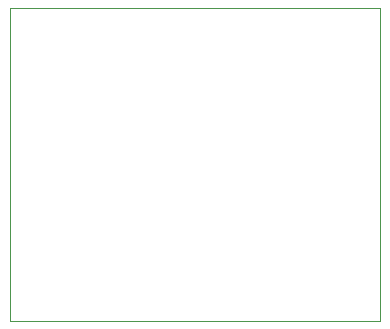
<source format=gbr>
%TF.GenerationSoftware,KiCad,Pcbnew,7.0.6*%
%TF.CreationDate,2023-09-22T01:58:40+08:00*%
%TF.ProjectId,power_ex_board,706f7765-725f-4657-985f-626f6172642e,rev?*%
%TF.SameCoordinates,Original*%
%TF.FileFunction,Profile,NP*%
%FSLAX46Y46*%
G04 Gerber Fmt 4.6, Leading zero omitted, Abs format (unit mm)*
G04 Created by KiCad (PCBNEW 7.0.6) date 2023-09-22 01:58:40*
%MOMM*%
%LPD*%
G01*
G04 APERTURE LIST*
%TA.AperFunction,Profile*%
%ADD10C,0.100000*%
%TD*%
G04 APERTURE END LIST*
D10*
X92125800Y-95732600D02*
X123469400Y-95732600D01*
X123469400Y-122174000D01*
X92125800Y-122174000D01*
X92125800Y-95732600D01*
M02*

</source>
